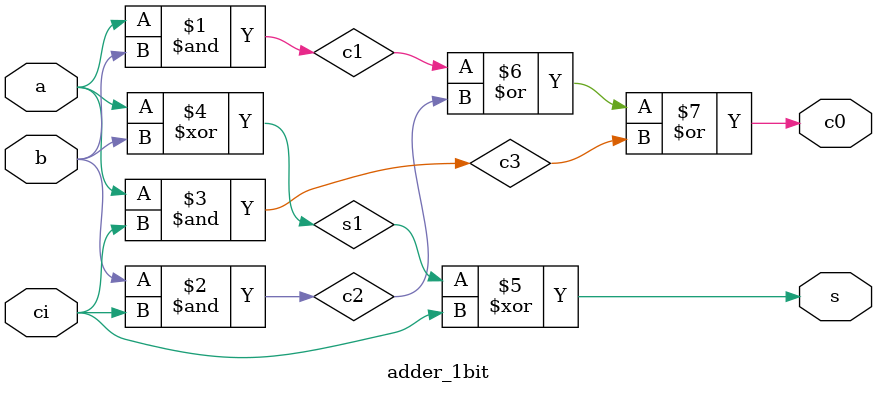
<source format=v>
`timescale 1ns / 1ps
module adder_1bit(
	input wire a,b,ci,
	output wire s,c0
    );
	wire c1,c2,c3;
	and m0(c1,a,b);
	and m1(c2,b,ci);
	and m2(c3,a,ci);
	xor m3(s1,a,b);
	xor m4(s,s1,ci);
	or m5(c0,c1,c2,c3);
endmodule
</source>
